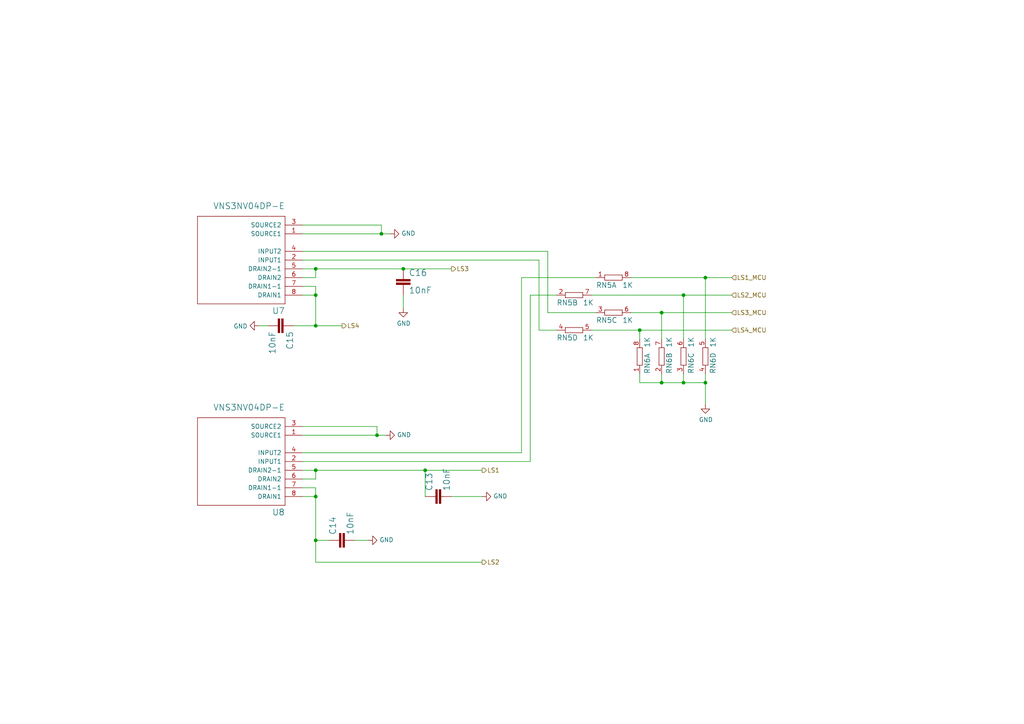
<source format=kicad_sch>
(kicad_sch (version 20230121) (generator eeschema)
  (paper "A4")
  (lib_symbols
    (symbol "Proteus_Little-eagle-import:10NF-0603-50V-10%" (pin_names (offset 1.016))
      (property "Reference" "C" (at 1.524 2.921 0))
      (property "Value" "10NF-0603-50V-10%" (at 1.524 -2.159 0))
      (symbol "10NF-0603-50V-10%_1_0"
        (rectangle (start -2.032 0.508) (end 2.032 1.016) (fill (type outline)))
        (rectangle (start -2.032 1.524) (end 2.032 2.032) (fill (type outline)))
        (polyline (pts (xy 0 0) (xy 0 0.508)))
        (polyline (pts (xy 0 2.54) (xy 0 2.032)))
        (pin passive line (at 0 5.08 270) (length 2.54) (name "1") (number "1"))
        (pin passive line (at 0 -2.54 90) (length 2.54) (name "2") (number "2"))
      )
    )
    (symbol "Proteus_Little-eagle-import:4R-N0603-ARC" (pin_names (offset 1.016))
      (property "Reference" "RN" (at -5.08 -3.048 0))
      (property "Value" "4R-N0603-ARC" (at 2.54 -3.048 0))
      (symbol "4R-N0603-ARC_1_0"
        (polyline (pts (xy -2.54 -0.762) (xy 2.54 -0.762)))
        (polyline (pts (xy -2.54 0.762) (xy -2.54 -0.762)))
        (polyline (pts (xy 2.54 -0.762) (xy 2.54 0.762)))
        (polyline (pts (xy 2.54 0.762) (xy -2.54 0.762)))
        (pin passive line (at -5.08 0 0) (length 2.54) (name "1") (number "1"))
        (pin passive line (at 5.08 0 180) (length 2.54) (name "2") (number "8"))
      )
      (symbol "4R-N0603-ARC_2_0"
        (polyline (pts (xy -2.54 -0.762) (xy 2.54 -0.762)))
        (polyline (pts (xy -2.54 0.762) (xy -2.54 -0.762)))
        (polyline (pts (xy 2.54 -0.762) (xy 2.54 0.762)))
        (polyline (pts (xy 2.54 0.762) (xy -2.54 0.762)))
        (pin passive line (at -5.08 0 0) (length 2.54) (name "1") (number "2"))
        (pin passive line (at 5.08 0 180) (length 2.54) (name "2") (number "7"))
      )
      (symbol "4R-N0603-ARC_3_0"
        (polyline (pts (xy -2.54 -0.762) (xy 2.54 -0.762)))
        (polyline (pts (xy -2.54 0.762) (xy -2.54 -0.762)))
        (polyline (pts (xy 2.54 -0.762) (xy 2.54 0.762)))
        (polyline (pts (xy 2.54 0.762) (xy -2.54 0.762)))
        (pin passive line (at -5.08 0 0) (length 2.54) (name "1") (number "3"))
        (pin passive line (at 5.08 0 180) (length 2.54) (name "2") (number "6"))
      )
      (symbol "4R-N0603-ARC_4_0"
        (polyline (pts (xy -2.54 -0.762) (xy 2.54 -0.762)))
        (polyline (pts (xy -2.54 0.762) (xy -2.54 -0.762)))
        (polyline (pts (xy 2.54 -0.762) (xy 2.54 0.762)))
        (polyline (pts (xy 2.54 0.762) (xy -2.54 0.762)))
        (pin passive line (at -5.08 0 0) (length 2.54) (name "1") (number "4"))
        (pin passive line (at 5.08 0 180) (length 2.54) (name "2") (number "5"))
      )
    )
    (symbol "Proteus_Little-eagle-import:VNS3NV04DP-E" (pin_names (offset 1.016))
      (property "Reference" "U" (at -12.7 13.6906 0))
      (property "Value" "VNS3NV04DP-E" (at -12.7 -16.6878 0))
      (symbol "VNS3NV04DP-E_1_0"
        (polyline (pts (xy -12.7 -12.7) (xy -12.7 12.7)))
        (polyline (pts (xy -12.7 12.7) (xy 12.7 12.7)))
        (polyline (pts (xy 12.7 -12.7) (xy -12.7 -12.7)))
        (polyline (pts (xy 12.7 12.7) (xy 12.7 -12.7)))
        (pin bidirectional line (at -17.78 -7.62 0) (length 5.08) (name "SOURCE1") (number "1"))
        (pin input line (at -17.78 0 0) (length 5.08) (name "INPUT1") (number "2"))
        (pin bidirectional line (at -17.78 -10.16 0) (length 5.08) (name "SOURCE2") (number "3"))
        (pin input line (at -17.78 -2.54 0) (length 5.08) (name "INPUT2") (number "4"))
        (pin input line (at -17.78 2.54 0) (length 5.08) (name "DRAIN2-1") (number "5"))
        (pin input line (at -17.78 5.08 0) (length 5.08) (name "DRAIN2") (number "6"))
        (pin input line (at -17.78 7.62 0) (length 5.08) (name "DRAIN1-1") (number "7"))
        (pin input line (at -17.78 10.16 0) (length 5.08) (name "DRAIN1") (number "8"))
      )
    )
    (symbol "Proteus_Little-rescue:GND-power" (power) (pin_names (offset 0))
      (property "Value" "GND-power" (at 0 -3.81 0))
      (symbol "GND-power_0_1"
        (polyline (pts (xy 0 0) (xy 0 -1.27) (xy 1.27 -1.27) (xy 0 -2.54) (xy -1.27 -1.27) (xy 0 -1.27)))
      )
      (symbol "GND-power_1_1"
        (pin power_in line (at 0 0 270) (length 0) hide (name "GND") (number "1"))
      )
    )
  )
  (junction (at 91.567 94.488))
  (junction (at 91.567 156.718))
  (junction (at 204.597 80.518))
  (junction (at 109.347 126.238))
  (junction (at 91.567 136.398))
  (junction (at 91.567 144.018))
  (junction (at 191.897 90.678))
  (junction (at 185.547 95.758))
  (junction (at 116.967 77.978))
  (junction (at 110.617 67.818))
  (junction (at 198.247 110.998))
  (junction (at 198.247 85.598))
  (junction (at 204.597 110.998))
  (junction (at 191.897 110.998))
  (junction (at 123.317 136.398))
  (junction (at 91.567 77.978))
  (junction (at 91.567 85.598))
  (wire (pts (xy 153.797 133.858) (xy 153.797 85.598)))
  (wire (pts (xy 91.567 94.488) (xy 99.187 94.488)))
  (wire (pts (xy 85.217 94.488) (xy 91.567 94.488)))
  (wire (pts (xy 87.757 133.858) (xy 153.797 133.858)))
  (wire (pts (xy 204.597 117.348) (xy 204.597 110.998)))
  (wire (pts (xy 185.547 110.998) (xy 191.897 110.998)))
  (wire (pts (xy 191.897 110.998) (xy 198.247 110.998)))
  (wire (pts (xy 198.247 110.998) (xy 198.247 108.458)))
  (wire (pts (xy 91.567 138.938) (xy 91.567 136.398)))
  (wire (pts (xy 158.877 72.898) (xy 87.757 72.898)))
  (wire (pts (xy 91.567 144.018) (xy 91.567 156.718)))
  (wire (pts (xy 91.567 144.018) (xy 87.757 144.018)))
  (wire (pts (xy 123.317 136.398) (xy 139.827 136.398)))
  (wire (pts (xy 91.567 163.068) (xy 91.567 156.718)))
  (wire (pts (xy 106.807 156.718) (xy 102.997 156.718)))
  (wire (pts (xy 87.757 65.278) (xy 110.617 65.278)))
  (wire (pts (xy 156.337 75.438) (xy 87.757 75.438)))
  (wire (pts (xy 123.317 144.018) (xy 123.317 136.398)))
  (wire (pts (xy 158.877 90.678) (xy 158.877 72.898)))
  (wire (pts (xy 87.757 77.978) (xy 91.567 77.978)))
  (wire (pts (xy 87.757 83.058) (xy 91.567 83.058)))
  (wire (pts (xy 191.897 90.678) (xy 183.007 90.678)))
  (wire (pts (xy 91.567 85.598) (xy 91.567 94.488)))
  (wire (pts (xy 158.877 90.678) (xy 172.847 90.678)))
  (wire (pts (xy 87.757 67.818) (xy 110.617 67.818)))
  (wire (pts (xy 198.247 98.298) (xy 198.247 85.598)))
  (wire (pts (xy 212.217 85.598) (xy 198.247 85.598)))
  (wire (pts (xy 87.757 136.398) (xy 91.567 136.398)))
  (wire (pts (xy 191.897 110.998) (xy 191.897 108.458)))
  (wire (pts (xy 156.337 95.758) (xy 161.417 95.758)))
  (wire (pts (xy 139.827 163.068) (xy 91.567 163.068)))
  (wire (pts (xy 212.217 90.678) (xy 191.897 90.678)))
  (wire (pts (xy 91.567 77.978) (xy 116.967 77.978)))
  (wire (pts (xy 91.567 80.518) (xy 91.567 77.978)))
  (wire (pts (xy 109.347 123.698) (xy 87.757 123.698)))
  (wire (pts (xy 116.967 89.408) (xy 116.967 85.598)))
  (wire (pts (xy 151.257 131.318) (xy 151.257 80.518)))
  (wire (pts (xy 87.757 126.238) (xy 109.347 126.238)))
  (wire (pts (xy 191.897 98.298) (xy 191.897 90.678)))
  (wire (pts (xy 87.757 80.518) (xy 91.567 80.518)))
  (wire (pts (xy 91.567 136.398) (xy 123.317 136.398)))
  (wire (pts (xy 198.247 85.598) (xy 171.577 85.598)))
  (wire (pts (xy 87.757 138.938) (xy 91.567 138.938)))
  (wire (pts (xy 111.887 126.238) (xy 109.347 126.238)))
  (wire (pts (xy 87.757 131.318) (xy 151.257 131.318)))
  (wire (pts (xy 151.257 80.518) (xy 172.847 80.518)))
  (wire (pts (xy 185.547 98.298) (xy 185.547 95.758)))
  (wire (pts (xy 91.567 141.478) (xy 91.567 144.018)))
  (wire (pts (xy 110.617 67.818) (xy 113.157 67.818)))
  (wire (pts (xy 75.057 94.488) (xy 77.597 94.488)))
  (wire (pts (xy 212.217 80.518) (xy 204.597 80.518)))
  (wire (pts (xy 171.577 95.758) (xy 185.547 95.758)))
  (wire (pts (xy 204.597 98.298) (xy 204.597 80.518)))
  (wire (pts (xy 91.567 83.058) (xy 91.567 85.598)))
  (wire (pts (xy 91.567 156.718) (xy 95.377 156.718)))
  (wire (pts (xy 156.337 75.438) (xy 156.337 95.758)))
  (wire (pts (xy 198.247 110.998) (xy 204.597 110.998)))
  (wire (pts (xy 116.967 77.978) (xy 130.937 77.978)))
  (wire (pts (xy 204.597 80.518) (xy 183.007 80.518)))
  (wire (pts (xy 109.347 126.238) (xy 109.347 123.698)))
  (wire (pts (xy 110.617 65.278) (xy 110.617 67.818)))
  (wire (pts (xy 161.417 85.598) (xy 153.797 85.598)))
  (wire (pts (xy 185.547 108.458) (xy 185.547 110.998)))
  (wire (pts (xy 87.757 85.598) (xy 91.567 85.598)))
  (wire (pts (xy 185.547 95.758) (xy 212.217 95.758)))
  (wire (pts (xy 204.597 110.998) (xy 204.597 108.458)))
  (wire (pts (xy 139.827 144.018) (xy 130.937 144.018)))
  (wire (pts (xy 87.757 141.478) (xy 91.567 141.478)))
  (hierarchical_label "LS4" (shape output) (at 99.187 94.488 0))
  (hierarchical_label "LS3_MCU" (shape input) (at 212.217 90.678 0))
  (hierarchical_label "LS1_MCU" (shape input) (at 212.217 80.518 0))
  (hierarchical_label "LS1" (shape output) (at 139.827 136.398 0))
  (hierarchical_label "LS4_MCU" (shape input) (at 212.217 95.758 0))
  (hierarchical_label "LS2" (shape output) (at 139.827 163.068 0))
  (hierarchical_label "LS3" (shape output) (at 130.937 77.978 0))
  (hierarchical_label "LS2_MCU" (shape input) (at 212.217 85.598 0))
  (symbol (lib_id "Proteus_Little-eagle-import:4R-N0603-ARC") (at 177.927 80.518 0) (unit 1)
    (property "Reference" "RN5" (at 172.847 83.566 0) (effects (font (size 1.4986 1.4986)) (justify left bottom)))
    (property "Value" "1K" (at 180.467 83.566 0) (effects (font (size 1.4986 1.4986)) (justify left bottom)))
    (property "Footprint" "Proteus_Little:0603-ARC" (effects hide))
  )
  (symbol (lib_id "Proteus_Little-eagle-import:VNS3NV04DP-E") (at 69.977 75.438 180) (unit 1)
    (property "Reference" "U7" (at 82.677 89.154 0) (effects (font (size 1.7526 1.7526)) (justify left bottom)))
    (property "Value" "VNS3NV04DP-E" (at 82.677 58.7502 0) (effects (font (size 1.7526 1.7526)) (justify left bottom)))
    (property "Footprint" "Proteus_Little:SOIC127P600X175-8N" (effects hide))
  )
  (symbol (lib_id "Proteus_Little-eagle-import:4R-N0603-ARC") (at 191.897 103.378 90) (unit 2)
    (property "Reference" "RN6" (at 194.945 108.458 0) (effects (font (size 1.4986 1.4986)) (justify left bottom)))
    (property "Value" "1K" (at 194.945 100.838 0) (effects (font (size 1.4986 1.4986)) (justify left bottom)))
    (property "Footprint" "Proteus_Little:0603-ARC" (effects hide))
  )
  (symbol (lib_id "Proteus_Little-eagle-import:4R-N0603-ARC") (at 204.597 103.378 90) (unit 4)
    (property "Reference" "RN6" (at 207.645 108.458 0) (effects (font (size 1.4986 1.4986)) (justify left bottom)))
    (property "Value" "1K" (at 207.645 100.838 0) (effects (font (size 1.4986 1.4986)) (justify left bottom)))
    (property "Footprint" "Proteus_Little:0603-ARC" (effects hide))
  )
  (symbol (lib_id "Proteus_Little-eagle-import:VNS3NV04DP-E") (at 69.977 133.858 180) (unit 1)
    (property "Reference" "U8" (at 82.677 147.574 0) (effects (font (size 1.7526 1.7526)) (justify left bottom)))
    (property "Value" "VNS3NV04DP-E" (at 82.677 117.1702 0) (effects (font (size 1.7526 1.7526)) (justify left bottom)))
    (property "Footprint" "Proteus_Little:SOIC127P600X175-8N" (effects hide))
  )
  (symbol (lib_id "Proteus_Little-eagle-import:4R-N0603-ARC") (at 185.547 103.378 90) (unit 1)
    (property "Reference" "RN6" (at 188.595 108.458 0) (effects (font (size 1.4986 1.4986)) (justify left bottom)))
    (property "Value" "1K" (at 188.595 100.838 0) (effects (font (size 1.4986 1.4986)) (justify left bottom)))
    (property "Footprint" "Proteus_Little:0603-ARC" (effects hide))
  )
  (symbol (lib_id "Proteus_Little-eagle-import:10NF-0603-50V-10%") (at 128.397 144.018 90) (unit 1)
    (property "Reference" "C13" (at 125.476 142.494 0) (effects (font (size 1.778 1.778)) (justify left bottom)))
    (property "Value" "10nF" (at 130.556 142.494 0) (effects (font (size 1.778 1.778)) (justify left bottom)))
    (property "Footprint" "Proteus_Little:0603" (effects hide))
  )
  (symbol (lib_id "Proteus_Little-rescue:GND-power") (at 204.597 117.348 0) (unit 1)
    (property "Reference" "#PWR0209" (effects hide))
    (property "Value" "GND-power" (at 204.724 121.7422 0))
  )
  (symbol (lib_id "Proteus_Little-rescue:GND-power") (at 106.807 156.718 90) (unit 1)
    (property "Reference" "#PWR0210" (effects hide))
    (property "Value" "GND-power" (at 110.0582 156.591 90) (effects (justify right)))
  )
  (symbol (lib_id "Proteus_Little-rescue:GND-power") (at 139.827 144.018 90) (unit 1)
    (property "Reference" "#PWR0211" (effects hide))
    (property "Value" "GND-power" (at 143.0782 143.891 90) (effects (justify right)))
  )
  (symbol (lib_id "Proteus_Little-rescue:GND-power") (at 111.887 126.238 90) (unit 1)
    (property "Reference" "#PWR0212" (effects hide))
    (property "Value" "GND-power" (at 115.1382 126.111 90) (effects (justify right)))
  )
  (symbol (lib_id "Proteus_Little-rescue:GND-power") (at 75.057 94.488 270) (unit 1)
    (property "Reference" "#PWR0213" (effects hide))
    (property "Value" "GND-power" (at 71.8058 94.615 90) (effects (justify right)))
  )
  (symbol (lib_id "Proteus_Little-rescue:GND-power") (at 113.157 67.818 90) (unit 1)
    (property "Reference" "#PWR0214" (effects hide))
    (property "Value" "GND-power" (at 116.4082 67.691 90) (effects (justify right)))
  )
  (symbol (lib_id "Proteus_Little-rescue:GND-power") (at 116.967 89.408 0) (unit 1)
    (property "Reference" "#PWR0215" (effects hide))
    (property "Value" "GND-power" (at 117.094 93.8022 0))
  )
  (symbol (lib_id "Proteus_Little-eagle-import:10NF-0603-50V-10%") (at 100.457 156.718 90) (unit 1)
    (property "Reference" "C14" (at 97.536 155.194 0) (effects (font (size 1.778 1.778)) (justify left bottom)))
    (property "Value" "10nF" (at 102.616 155.194 0) (effects (font (size 1.778 1.778)) (justify left bottom)))
    (property "Footprint" "Proteus_Little:0603" (effects hide))
  )
  (symbol (lib_id "Proteus_Little-eagle-import:10NF-0603-50V-10%") (at 80.137 94.488 270) (unit 1)
    (property "Reference" "C15" (at 83.058 96.012 0) (effects (font (size 1.778 1.778)) (justify left bottom)))
    (property "Value" "10nF" (at 77.978 96.012 0) (effects (font (size 1.778 1.778)) (justify left bottom)))
    (property "Footprint" "Proteus_Little:0603" (effects hide))
  )
  (symbol (lib_id "Proteus_Little-eagle-import:4R-N0603-ARC") (at 177.927 90.678 0) (unit 3)
    (property "Reference" "RN5" (at 172.847 93.726 0) (effects (font (size 1.4986 1.4986)) (justify left bottom)))
    (property "Value" "1K" (at 180.467 93.726 0) (effects (font (size 1.4986 1.4986)) (justify left bottom)))
    (property "Footprint" "Proteus_Little:0603-ARC" (effects hide))
  )
  (symbol (lib_id "Proteus_Little-eagle-import:4R-N0603-ARC") (at 166.497 85.598 0) (unit 2)
    (property "Reference" "RN5" (at 161.417 88.646 0) (effects (font (size 1.4986 1.4986)) (justify left bottom)))
    (property "Value" "1K" (at 169.037 88.646 0) (effects (font (size 1.4986 1.4986)) (justify left bottom)))
    (property "Footprint" "Proteus_Little:0603-ARC" (effects hide))
  )
  (symbol (lib_id "Proteus_Little-eagle-import:4R-N0603-ARC") (at 166.497 95.758 0) (unit 4)
    (property "Reference" "RN5" (at 161.417 98.806 0) (effects (font (size 1.4986 1.4986)) (justify left bottom)))
    (property "Value" "1K" (at 169.037 98.806 0) (effects (font (size 1.4986 1.4986)) (justify left bottom)))
    (property "Footprint" "Proteus_Little:0603-ARC" (effects hide))
  )
  (symbol (lib_id "Proteus_Little-eagle-import:10NF-0603-50V-10%") (at 116.967 83.058 0) (unit 1)
    (property "Reference" "C16" (at 118.491 80.137 0) (effects (font (size 1.778 1.778)) (justify left bottom)))
    (property "Value" "10nF" (at 118.491 85.217 0) (effects (font (size 1.778 1.778)) (justify left bottom)))
    (property "Footprint" "Proteus_Little:0603" (effects hide))
  )
  (symbol (lib_id "Proteus_Little-eagle-import:4R-N0603-ARC") (at 198.247 103.378 90) (unit 3)
    (property "Reference" "RN6" (at 201.295 108.458 0) (effects (font (size 1.4986 1.4986)) (justify left bottom)))
    (property "Value" "1K" (at 201.295 100.838 0) (effects (font (size 1.4986 1.4986)) (justify left bottom)))
    (property "Footprint" "Proteus_Little:0603-ARC" (effects hide))
  )
)
</source>
